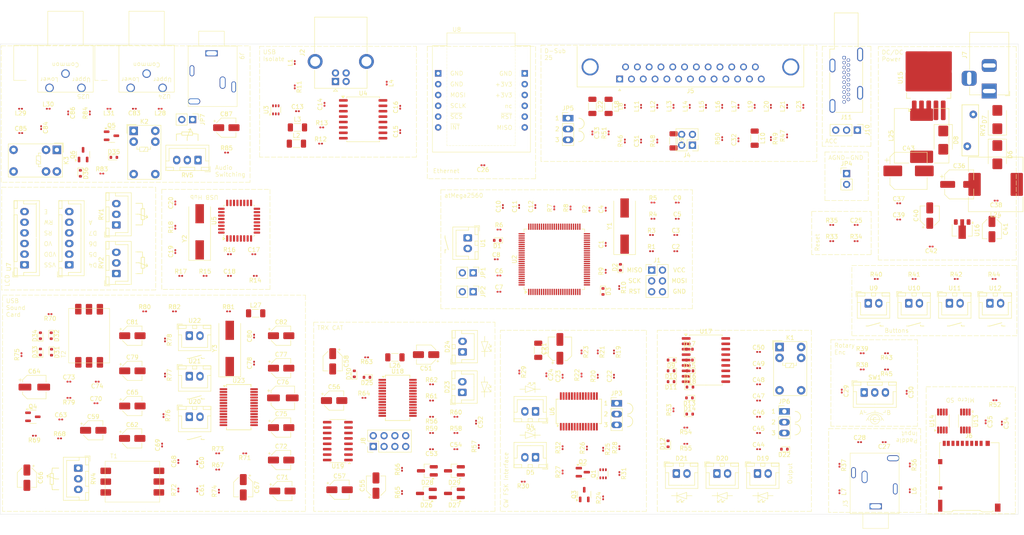
<source format=kicad_pcb>
(kicad_pcb (version 20240108) (generator "pcbnew") (generator_version "8.0")
  (title_block (title "Open Interface III") (date "2025-04-13") (rev "0.1") (company "Jonix"))
  (layers (0 "F.Cu" signal) (31 "B.Cu" signal) (34 "B.Paste" user) (35 "F.Paste" user) (36 "B.SilkS" user "B.Silkscreen") (37 "F.SilkS" user "F.Silkscreen") (38 "B.Mask" user) (39 "F.Mask" user) (44 "Edge.Cuts" user))
  (net 0 "")
  (net 1 "DGND")
  (net 2 "Net-(U4-VBUS1)")
  (net 3 "Net-(U4-PDEN)")
  (net 4 "Net-(U4-PIN)")
  (net 5 "Net-(U4-VBUS2)")
  (net 6 "AGNDC")
  (net 7 "Net-(J2-VBUS)")
  (net 8 "Net-(J2-D-)")
  (net 9 "Net-(J2-D+)")
  (net 10 "Net-(L2-Pad2)")
  (net 11 "Net-(L3-Pad2)")
  (net 12 "+5V")
  (net 13 "Net-(R11-Pad2)")
  (net 14 "Net-(U4-UD+)")
  (net 15 "Net-(U4-UD-)")
  (net 21 "DTR")
  (net 22 "Net-(R33-Pad2)")
  (net 23 "+3.3V")
  (net 24 "D46")
  (net 28 "D50 (MISO)")
  (net 29 "10 (PWM)")
  (net 30 "D51 (MOSI)")
  (net 31 "D52 (SCK)")
  (net 32 "Enc A")
  (net 33 "Enc B")
  (net 34 "Net-(U7-VO)")
  (net 35 "Net-(U7-LED-)")
  (net 36 "Net-(U7-LED+)")
  (net 37 "LCD D6")
  (net 38 "LCD D8")
  (net 39 "LCD D5")
  (net 40 "LCD D4")
  (net 41 "LCD E")
  (net 42 "LCD RS")
  (net 43 "Paddle Right")
  (net 44 "Paddle Left")
  (net 47 "Net-(J3-PadT)")
  (net 48 "Net-(J3-PadS)")
  (net 49 "MEM")
  (net 50 "Net-(U10-Com)")
  (net 51 "Menu")
  (net 52 "Net-(U10-NO)")
  (net 53 "Net-(U5-DP0)")
  (net 54 "Net-(U5-DM0)")
  (net 55 "Net-(C19-Pad1)")
  (net 56 "Net-(U5-XTAL1)")
  (net 57 "HUB-")
  (net 58 "HUB+")
  (net 59 "Net-(U5-XTAL2)")
  (net 60 "USB1+")
  (net 62 "USB3+")
  (net 63 "USB2+")
  (net 65 "USB4-")
  (net 66 "USB3-")
  (net 70 "USB4+")
  (net 72 "USB1-")
  (net 73 "USB2-")
  (net 74 "Net-(U6-VCC)")
  (net 75 "Net-(U6-USBD+)")
  (net 76 "Net-(U6-USBD-)")
  (net 77 "Net-(U6-3V3OUT)")
  (net 78 "Net-(D4-K)")
  (net 79 "Net-(D4-A)")
  (net 80 "Net-(D5-A)")
  (net 81 "Net-(D5-K)")
  (net 82 "Net-(JP3-C)")
  (net 83 "CW 232")
  (net 84 "FSK")
  (net 85 "PTT 232")
  (net 86 "Net-(Q1A-E1)")
  (net 87 "Net-(Q1B-B2)")
  (net 88 "Net-(Q1A-B1)")
  (net 89 "WinKEY")
  (net 90 "Net-(Q3-C)")
  (net 91 "Net-(Q3-B)")
  (net 92 "Net-(U6-RTS)")
  (net 95 "TxD")
  (net 98 "RxD")
  (net 104 "Net-(J4-Pin_1)")
  (net 105 "Net-(J4-Pin_2)")
  (net 106 "CAT TxD")
  (net 107 "Mic Out")
  (net 108 "TX Audio")
  (net 109 "Net-(J5-P22)")
  (net 110 "Net-(J5-P23)")
  (net 111 "Net-(J5-P18)")
  (net 112 "Net-(J5-P19)")
  (net 113 "RX Audio GND")
  (net 114 "Net-(J5-Pad8)")
  (net 115 "VinTRX")
  (net 116 "Net-(J5-P20)")
  (net 117 "Net-(J5-P15)")
  (net 118 "Net-(J5-Pad7)")
  (net 119 "Net-(J5-Pad9)")
  (net 120 "Net-(J5-Pad6)")
  (net 121 "Net-(J5-Pad2)")
  (net 122 "Net-(J5-P21)")
  (net 123 "Net-(J5-Pad10)")
  (net 124 "Net-(J5-Pad5)")
  (net 125 "RX Audio")
  (net 126 "TX Audio GND")
  (net 127 "CAT RxD")
  (net 128 "Net-(JP5-B)")
  (net 129 "Net-(JP5-A)")
  (net 130 "BCD4")
  (net 131 "Net-(L9-Pad1)")
  (net 132 "Net-(L10-Pad1)")
  (net 133 "BCD3")
  (net 134 "BCD2")
  (net 135 "BCD1")
  (net 136 "PA PTT Out")
  (net 137 "PTT2 Out")
  (net 138 "PTT1 Out")
  (net 139 "CW2 Out")
  (net 140 "CW1 Out")
  (net 141 "PTT Mic Out")
  (net 142 "FSK Out")
  (net 143 "Interlock In")
  (net 144 "Net-(U13-EN)")
  (net 146 "Net-(J6-DAT3{slash}CD)")
  (net 149 "Net-(J6-DAT0)")
  (net 150 "Net-(J6-CLK)")
  (net 151 "microSD Plug")
  (net 152 "Net-(J6-CMD)")
  (net 153 "Vin TRX")
  (net 154 "Net-(D6-K)")
  (net 155 "Net-(D7-A)")
  (net 157 "Vin")
  (net 158 "Net-(D8-K)")
  (net 159 "Net-(JP6-C)")
  (net 160 "PTT3")
  (net 161 "Net-(D10-K)")
  (net 162 "PTT2")
  (net 163 "PTT1")
  (net 164 "PA PTT")
  (net 165 "FSK Arduino")
  (net 166 "Net-(D13-K)")
  (net 167 "Net-(D15-K)")
  (net 168 "CW1")
  (net 169 "Net-(D17-K)")
  (net 170 "CW2")
  (net 171 "Net-(D19-A)")
  (net 172 "Net-(D20-A)")
  (net 173 "Net-(D21-A)")
  (net 174 "Net-(D22-A)")
  (net 176 "SEQ")
  (net 177 "SEQ Out")
  (net 178 "Net-(U18-VCC)")
  (net 179 "Net-(U18-3V3OUT)")
  (net 180 "Net-(U19-C1-)")
  (net 181 "Net-(U19-C1+)")
  (net 182 "Net-(U19-C2-)")
  (net 183 "Net-(U19-C2+)")
  (net 184 "Net-(U19-VS+)")
  (net 185 "Net-(U19-VS-)")
  (net 186 "Net-(D23-A)")
  (net 187 "Net-(D24-A)")
  (net 188 "Net-(D25-K)")
  (net 189 "Net-(D25-A)")
  (net 190 "Net-(D26-A)")
  (net 191 "Net-(D28-A)")
  (net 192 "Net-(J8-Pin_3)")
  (net 193 "Net-(J8-Pin_6)")
  (net 194 "Net-(J8-Pin_2)")
  (net 195 "Net-(J8-Pin_7)")
  (net 196 "Net-(J8-Pin_5)")
  (net 197 "Net-(J8-Pin_1)")
  (net 198 "Net-(J8-Pin_8)")
  (net 199 "Net-(U18-USBD+)")
  (net 200 "Net-(U18-USBD-)")
  (net 201 "Net-(U18-CBUS1)")
  (net 202 "Net-(U18-CBUS0)")
  (net 203 "RxD2")
  (net 219 "TxD2")
  (net 220 "Net-(D31-A)")
  (net 221 "Net-(Q4-C)")
  (net 222 "Net-(U23-VINR)")
  (net 223 "Net-(C63-Pad1)")
  (net 224 "Net-(Q4-E)")
  (net 225 "Net-(U23-VINL)")
  (net 226 "Net-(Q4-B)")
  (net 227 "Net-(C66-Pad2)")
  (net 228 "Net-(U23-SEL0)")
  (net 229 "Rx Audio GND")
  (net 230 "Rx Audio")
  (net 231 "Net-(T1-SB)")
  (net 232 "Tx Sound")
  (net 233 "Tx Audio GND")
  (net 234 "Net-(U23-VCCXI)")
  (net 235 "Net-(U23-VCCP2I)")
  (net 236 "Net-(C73-Pad1)")
  (net 237 "Net-(T2-AA)")
  (net 238 "Net-(T2-AB)")
  (net 239 "Net-(U23-VCCP1I)")
  (net 240 "Net-(U23-VCOM)")
  (net 241 "Net-(U23-VCCCI)")
  (net 242 "Net-(U23-XTO)")
  (net 243 "Net-(U23-VOUTL)")
  (net 244 "Net-(C79-Pad2)")
  (net 245 "Net-(U23-XTI)")
  (net 246 "Net-(U23-VOUTR)")
  (net 247 "Net-(U23-VBUS)")
  (net 248 "Net-(D31-K)")
  (net 249 "Net-(D33-A)")
  (net 250 "Net-(U23-D-)")
  (net 251 "Net-(U23-D+)")
  (net 252 "Net-(U23-~{SSPND})")
  (net 253 "Net-(U20-Com)")
  (net 254 "Net-(U21-Com)")
  (net 255 "Net-(U22-Com)")
  (net 256 "VGNDC")
  (net 257 "Net-(T2-SB)")
  (net 258 "Net-(T1-AB)")
  (net 259 "Net-(T1-AA)")
  (net 260 "Net-(U20-NO)")
  (net 261 "Net-(U21-NO)")
  (net 262 "Net-(U22-NO)")
  (net 264 "Net-(L28-Pad1)")
  (net 265 "Net-(L31-Pad1)")
  (net 266 "Net-(L30-Pad2)")
  (net 267 "Net-(L29-Pad2)")
  (net 268 "PTT from Foot")
  (net 269 "Net-(JP7-B)")
  (net 270 "Net-(JP7-A)")
  (net 271 "Net-(D35-A)")
  (net 272 "Net-(D36-A)")
  (net 276 "Tx Audio")
  (net 277 "Net-(K2-Pad1)")
  (net 278 "Net-(K3-Pad1)")
  (net 279 "Net-(Q5-B)")
  (net 280 "Net-(Q6-B)")
  (net 281 "AFSK")
  (net 282 "TxD3")
  (net 283 "RxD3")
  (net 284 "D12")
  (net 285 "D30")
  (net 286 "A8")
  (net 287 "D47")
  (net 288 "SCL")
  (net 289 "SDA")
  (net 290 "A11")
  (net 291 "D38")
  (net 292 "A4")
  (net 293 "D13")
  (net 294 "A9")
  (net 295 "D5")
  (net 296 "D32")
  (net 297 "D11")
  (net 298 "A3")
  (net 299 "Net-(U2-XTAL1)")
  (net 300 "/BCD4")
  (net 301 "/BCD3")
  (net 302 "Net-(U2-XTAL2)")
  (net 303 "/BCD2")
  (net 304 "Res Mega")
  (net 305 "Net-(JP1-A)")
  (net 306 "Net-(JP2-A)")
  (net 307 "/BCD1")
  (net 308 "Net-(C10-Pad2)")
  (net 309 "Net-(D2-A)")
  (net 310 "Net-(D3-A)")
  (net 311 "/D52 (SCK)")
  (net 312 "/D51 (MOSI)")
  (net 313 "/D50 (MISO)")
  (net 314 "Self Res")
  (net 315 "Net-(U2-PL4)")
  (net 316 "Net-(U2-PL5)")
  (net 317 "Net-(U2-PL6)")
  (net 318 "Net-(U2-PL7)")
  (net 319 "Net-(U2-PF7)")
  (net 323 "FSK Detector")
  (net 324 "D48")
  (net 326 "A15")
  (net 328 "LCD D7")
  (net 330 "FSK arduino")
  (net 334 "CW Tone")
  (net 335 "Mem")
  (net 336 "A13")
  (net 337 "A0")
  (net 340 "D53")
  (net 342 "A14")
  (net 348 "A10")
  (net 349 "ENC B")
  (net 350 "A12")
  (net 351 "D49")
  (footprint "Diode_SMD:D_SOD-523" (layer "F.Cu") (at 190.805 121.1625 180)
    (property "Reference" "D13")
    (property "Value" "1N4148")
  )
  (footprint "Connector_PinHeader_2.54mm:PinHeader_2x02_P2.54mm_Vertical" (layer "F.Cu") (at 191.515 61.7922 180)
    (property "Reference" "J4")
    (property "Value" "USB Internal Conn")
  )
  (footprint "Resistor_SMD:R_0201_0603Metric" (layer "F.Cu") (at 86.41 134.205 180)
    (property "Reference" "R71")
    (property "Value" "27R")
  )
  (footprint "MyFootprints:3-pin JST Potentiometer" (layer "F.Cu") (at 75.4325 65.2825 180)
    (property "Reference" "RV5")
    (property "Value" "10k")
  )
  (footprint "Capacitor_SMD:C_0201_0603Metric" (layer "F.Cu") (at 226.5625 119.5675 -90)
    (property "Reference" "C29")
    (property "Value" "10n")
  )
  (footprint "Diode_SMD:D_SOD-523" (layer "F.Cu") (at 190.805 109.7325)
    (property "Reference" "D17")
    (property "Value" "1N4148")
  )
  (footprint "MyFootprints:2-pin JST LED" (layer "F.Cu") (at 206.785 138.9425)
    (property "Reference" "D19")
    (property "Value" "Orange")
  )
  (footprint "Resistor_SMD:R_0201_0603Metric" (layer "F.Cu") (at 114.39 121.1625)
    (property "Reference" "R64")
    (property "Value" "1k")
  )
  (footprint "Inductor_SMD:L_1206_3216Metric_Pad1.22x1.90mm_HandSolder" (layer "F.Cu") (at 121.655 111.6375 180)
    (property "Reference" "L26")
    (property "Value" "L")
  )
  (footprint "Resistor_SMD:R_0201_0603Metric" (layer "F.Cu") (at 226.025 137 -90)
    (property "Reference" "R37")
    (property "Value" "470R")
  )
  (footprint "MyFootprints:HDMI_A_Kycon_KDMIX-SL1-NS-WS-B15_VerticalRightAngle" (layer "F.Cu") (at 227.125 41.21 180)
    (property "Reference" "J11")
    (property "Value" "HDMI_A")
  )
  (footprint "Capacitor_SMD:C_0201_0603Metric" (layer "F.Cu") (at 88.595 106.655 90)
    (property "Reference" "C80")
    (property "Value" "22p")
  )
  (footprint "MyFootprints:2-pin JST Switch" (layer "F.Cu") (at 261.355 98.9375)
    (property "Reference" "U12")
    (property "Value" "Mode")
  )
  (footprint "Capacitor_SMD:C_0201_0603Metric" (layer "F.Cu") (at 60.485 53.2175 180)
    (property "Reference" "C83")
    (property "Value" "4.7n")
  )
  (footprint "Resistor_SMD:R_0201_0603Metric" (layer "F.Cu") (at 67.68 115.8025 -90)
    (property "Reference" "R77")
    (property "Value" "4k7")
  )
  (footprint "Resistor_SMD:R_0201_0603Metric" (layer "F.Cu") (at 198.5 60.2422 90)
    (property "Reference" "R50")
    (property "Value" "15k")
  )
  (footprint "Capacitor_SMD:C_0201_0603Metric" (layer "F.Cu") (at 207.0375 121.7975)
    (property "Reference" "C47")
    (property "Value" "4.7n")
  )
  (footprint "Resistor_SMD:R_0201_0603Metric" (layer "F.Cu") (at 67.68 107.5475 -90)
    (property "Reference" "R78")
    (property "Value" "4k7")
  )
  (footprint "Relay_THT:Relay_SPDT_Omron_G5V-1" (layer "F.Cu") (at 211.9575 109.22)
    (property "Reference" "K1")
    (property "Value" "G5V-1")
  )
  (footprint "Inductor_SMD:L_0201_0603Metric" (layer "F.Cu") (at 33.765 53.2175 180)
    (property "Reference" "L29")
    (property "Value" "10uH")
  )
  (footprint "Capacitor_SMD:C_0201_0603Metric" (layer "F.Cu") (at 70.105 75.36 90)
    (property "Reference" "C20")
    (property "Value" "27p")
  )
  (footprint "Resistor_SMD:R_0201_0603Metric" (layer "F.Cu") (at 170.55 133.2275 -90)
    (property "Reference" "R25")
    (property "Value" "1k5")
  )
  (footprint "Resistor_SMD:R_0201_0603Metric" (layer "F.Cu") (at 213.74 59.6072 90)
    (property "Reference" "R47")
    (property "Value" "27R")
  )
  (footprint "Capacitor_SMD:C_0201_0603Metric" (layer "F.Cu") (at 171.1425 76.83 90)
    (property "Reference" "C4")
    (property "Value" "22p")
  )
  (footprint "Package_TO_SOT_SMD:SOT-363_SC-70-6" (layer "F.Cu") (at 93.695 53.4775 90)
    (property "Reference" "U3")
    (property "Value" "NUP4202")
  )
  (footprint "Capacitor_SMD:C_0201_0603Metric" (layer "F.Cu") (at 105.125 52.185 90)
    (property "Reference" "C14")
    (property "Value" "100n")
  )
  (footprint "Resistor_SMD:R_0201_0603Metric" (layer "F.Cu") (at 262.53 121.7225 180)
    (property "Reference" "R52")
    (property "Value" "100k")
  )
  (footprint "Capacitor_SMD:C_0201_0603Metric" (layer "F.Cu") (at 207.0375 125.6075)
    (property "Reference" "C46")
    (property "Value" "100n")
  )
  (footprint "Resistor_SMD:R_0201_0603Metric" (layer "F.Cu") (at 171.83 58.8972 90)
    (property "Reference" "R51")
    (property "Value" "1k5")
  )
  (footprint "Resistor_SMD:R_0201_0603Metric" (layer "F.Cu") (at 169.28 110.3675 -90)
    (property "Reference" "R21")
    (property "Value" "27R")
  )
  (footprint "Connector_Card:microSD_HC_Hirose_DM3AT-SF-PEJM5" (layer "F.Cu") (at 256.505 139.5775)
    (property "Reference" "J6")
    (property "Value" "Micro_SD_Card_Det2")
  )
  (footprint "Diode_SMD:D_SOD-523" (layer "F.Cu") (at 190.935 118.6225)
    (property "Reference" "D18")
    (property "Value" "1N4148")
  )
  (footprint "Resistor_SMD:R_0201_0603Metric" (layer "F.Cu") (at 40.69 101.4775 180)
    (property "Reference" "R70")
    (property "Value" "470R")
  )
  (footprint "Resistor_SMD:R_0201_0603Metric" (layer "F.Cu") (at 130.265 121.7975)
    (property "Reference" "R61")
    (property "Value" "470R")
  )
  (footprint "Capacitor_SMD:C_0201_0603Metric" (layer "F.Cu") (at 260.345 126.8025 -90)
    (property "Reference" "C35")
    (property "Value" "100n")
  )
  (footprint "Inductor_SMD:L_0201_0603Metric" (layer "F.Cu") (at 179.45 52.6597 90)
    (property "Reference" "L11")
    (property "Value" "10uH")
  )
  (footprint "MyFootprints:2-pin JST LED" (layer "F.Cu") (at 154.675 135.1325 180)
    (property "Reference" "D5")
    (property "Value" "LED")
  )
  (footprint "Resistor_SMD:R_0201_0603Metric" (layer "F.Cu") (at 70.815 142.815 90)
    (property "Reference" "R72")
    (property "Value" "15k")
  )
  (footprint "Capacitor_SMD:CP_Elec_4x5.4" (layer "F.Cu") (at 107.39 121.7975)
    (property "Reference" "C56")
    (property "Value" "1u")
  )
  (footprint "Capacitor_SMD:CP_Elec_4x5.4" (layer "F.Cu") (at 261.825 81.4975 -90)
    (property "Reference" "C41")
    (property "Value" "10u")
  )
  (footprint "Resistor_SMD:R_0201_0603Metric" (layer "F.Cu") (at 165.47 110.3675 -90)
    (property "Reference" "R23")
    (property "Value" "1k5")
  )
  (footprint "Capacitor_SMD:CP_Elec_6.3x7.7" (layer "F.Cu") (at 254.13 70.9975)
    (property "Reference" "C36")
    (property "Value" "100u")
  )
  (footprint "Resistor_SMD:R_0201_0603Metric" (layer "F.Cu") (at 229.935 84.3325)
    (property "Reference" "R34")
    (property "Value" "10k")
  )
  (footprint "Resistor_SMD:R_0201_0603Metric" (layer "F.Cu") (at 169.28 116.0825 90)
    (property "Reference" "R20")
    (property "Value" "1k5")
  )
  (footprint "MyFootprints:2-pin JST Switch" (layer "F.Cu") (at 242.305 98.9375)
    (property "Reference" "U10")
    (property "Value" "M1")
  )
  (footprint "Capacitor_SMD:C_0201_0603Metric" (layer "F.Cu") (at 168.02 58.9097 -90)
    (property "Reference" "C33")
    (property "Value" "22p")
  )
  (footprint "Capacitor_SMD:C_0201_0603Metric" (layer "F.Cu") (at 88.595 113.005 90)
    (property "Reference" "C78")
    (property "Value" "22p")
  )
  (footprint "Relay_THT:Relay_SPDT_Omron_G5V-1" (layer "F.Cu") (at 60.325 58.42)
    (property "Reference" "K2")
    (property "Value" "G5V-1")
  )
  (footprint "Crystal:Crystal_SMD_HC49-SD" (layer "F.Cu") (at 82.88 109.5375 90)
    (property "Reference" "Y3")
    (property "Value" "12 MHz")
  )
  (footprint "Diode_SMD:D_SOD-523" (layer "F.Cu") (at 112.13 115.5125 90)
    (property "Reference" "D30")
    (property "Value" "1N4148")
  )
  (footprint "Package_SO:SOP-16_3.9x9.9mm_P1.27mm" (layer "F.Cu") (at 108.255 131.3225 180)
    (property "Reference" "U19")
    (property "Value" "MAX232")
  )
  (footprint "Package_TO_SOT_SMD:TO-263-5_TabPin6" (layer "F.Cu") (at 246.985 45.9425 90)
    (property "Reference" "U15")
    (property "Value" "LM2576HVS-5")
  )
  (footprint "Package_SO:VSSOP-8_3x3mm_P0.65mm" (layer "F.Cu") (at 255.58 126.5975 -90)
    (property "Reference" "U13")
    (property "Value" "LSF0102")
  )
  (footprint "Connector_PinHeader_2.54mm:PinHeader_1x02_P2.54mm_Vertical" (layer "F.Cu") (at 227.7 68.4575)
    (property "Reference" "JP4")
    (property "Value" "AGND-GND")
  )
  (footprint "Inductor_SMD:L_1206_3216Metric_Pad1.22x1.90mm_HandSolder" (layer "F.Cu") (at 98.5325 61.4175)
    (property "Reference" "L2")
    (property "Value" "L")
  )
  (footprint "Resistor_SMD:R_0201_0603Metric" (layer "F.Cu") (at 42.9375 130.6875)
    (property "Reference" "R68")
    (property "Value" "4k7")
  )
  (footprint "Capacitor_SMD:CP_Elec_5x5.4" (layer "F.Cu") (at 160.39 109.6275 90)
    (property "Reference" "C21")
    (property "Value" "4.7u")
  )
  (footprint "MyFootprints:3-pin JST Rotary Encoder" (layer "F.Cu") (at 231.82 119.8925)
    (property "Reference" "SW1")
    (property "Value" "RotaryEncoder")
  )
  (footprint "MyFootprints:3-pin JST Potentiometer" (layer "F.Cu") (at 56.25 91.9525 90)
    (property "Reference" "RV2")
    (property "Value" "10k")
  )
  (footprint "Resistor_SMD:R_0201_0603Metric" (layer "F.Cu") (at 82.1375 63.5225)
    (property "Reference" "R85")
    (property "Value" "1k5")
  )
  (footprint "Capacitor_SMD:C_0201_0603Metric" (layer "F.Cu") (at 146.085 92.4125)
    (property "Reference" "C6")
    (property "Value" "100n")
  )
  (footprint "MyFootprints:3,5mm Jack Panel Socket 3-pole Switch large" (layer "F.Cu") (at 234.53 146.645 90)
    (property "Reference" "J3")
    (property "Value" "Paddle In")
  )
  (footprint "Capacitor_SMD:C_0201_0603Metric" (layer "F.Cu") (at 82.8175 92.4925)
    (property "Reference" "C18")
    (property "Value" "22p")
  )
  (footprint "Inductor_SMD:L_0201_0603Metric" (layer "F.Cu") (at 198.5 52.6597 90)
    (property "Reference" "L16")
    (property "Value" "10uH")
  )
  (footprint "Resistor_SMD:R_0201_0603Metric" (layer "F.Cu") (at 189.955 131.9575 180)
    (property "Reference" "R55")
    (property "Value" "470R")
  )
  (footprint "Resistor_SMD:R_0201_0603Metric" (layer "F.Cu") (at 189.955 128.1475 180)
    (property "Reference" "R54")
    (property "Value" "470R")
  )
  (footprint "Resistor_SMD:R_0201_0603Metric" (layer "F.Cu") (at 130.265 129.4175)
    (property "Reference" "R59")
    (property "Value" "27R")
  )
  (footprint "Capacitor_SMD:C_0201_0603Metric" (layer "F.Cu") (at 262.8025 74.8075 180)
    (property "Reference" "C38")
    (property "Value" "100n")
  )
  (footprint "Diode_SMD:D_SOD-523" (layer "F.Cu") (at 38.43 106.5575 90)
    (property "Reference" "D34")
    (property "Value" "1N4148")
  )
  (footprint "Resistor_SMD:R_0201_0603Metric" (layer "F.Cu") (at 69.9 100.8425)
    (property "Reference" "R82")
    (property "Value" "4k7")
  )
  (footprint "Capacitor_SMD:C_0201_0603Metric" (layer "F.Cu") (at 239.9425 79.2525)
    (property "Reference" "C39")
    (property "Value" "100n")
  )
  (footprint "Capacitor_SMD:C_0201_0603Metric" (layer "F.Cu") (at 135.9675 133.2275)
    (property "Reference" "C54")
    (property "Value" "22p")
  )
  (footprint "Inductor_SMD:L_0201_0603Metric" (layer "F.Cu") (at 190.88 52.6597 90)
    (property "Reference" "L14")
    (property "Value" "10uH")
  )
  (footprint "Capacitor_SMD:C_0201_0603Metric" (layer "F.Cu") (at 207.0375 117.9875)
    (property "Reference" "C48")
    (property "Value" "100n")
  )
  (footprint "Capacitor_SMD:C_0201_0603Metric" (layer "F.Cu") (at 140.705 126.8775 -90)
    (property "Reference" "C52")
    (property "Value" "100n")
  )
  (footprint "Package_SO:VSSOP-8_3x3mm_P0.65mm" (layer "F.Cu") (at 250.185 126.5975 90)
    (property "Reference" "U14")
    (property "Value" "LSF0102")
  )
  (footprint "MyFootprints:2-pin JST LED" (layer "F.Cu") (at 137.477 119.8725 90)
    (property "Reference" "D23")
    (property "Value" "Green")
  )
  (footprint "Resistor_SMD:R_0201_0603Metric" (layer "F.Cu") (at 67.325 125.3275 -90)
    (property "Reference" "R76")
    (property "Value" "4k7")
  )
  (footprint "Capacitor_SMD:C_0201_0603Metric" (layer "F.Cu") (at 122.905 52.87 90)
    (property "Reference" "C16")
    (property "Value" "100n")
  )
  (footprint "Package_QFP:TQFP-100_14x14mm_P0.5mm" (layer "F.Cu") (at 159.0775 88.6025 90)
    (property "Reference" "U2")
    (property "Value" "ATmega2560-16A")
  )
  (footprint "Inductor_SMD:L_0201_0603Metric" (layer "F.Cu") (at 183.26 52.6597 90)
    (property "Reference" "L12")
    (property "Value" "10uH")
  )
  (footprint "Package_TO_SOT_SMD:SOT-23-3" (layer "F.Cu") (at 55.1125 59.5675)
    (property "Reference" "Q5")
    (property "Value" "BC817")
  )
  (footprint "Capacitor_SMD:CP_Elec_4x5.4" (layer "F.Cu") (at 108.66 142.7525)
    (property "Reference" "C57")
    (property "Value" "1u")
  )
  (footprint "Capacitor_SMD:C_0201_0603Metric" (layer "F.Cu") (at 142.3175 66.4975 180)
    (property "Reference" "C26")
    (property "Value" "100n")
  )
  (footprint "Capacitor_SMD:C_0201_0603Metric" (layer "F.Cu") (at 147.0125 76.195 90)
    (property "Reference" "C10")
    (property "Value" "100n")
  )
  (footprint "MyFootprints:2-pin JST Switch" (layer "F.Cu") (at 138.7575 83.5625 -90)
    (property "Reference" "U1")
    (property "Value" "Reset")
  )
  (footprint "Resistor_SMD:R_0201_0603Metric" (layer "F.Cu") (at 170.55 144.6575 90)
    (property "Reference" "R24")
    (property "Value" "1k5")
  )
  (footprint "MyFootprints:pro-signal PSG01550 Dual 2× RCA Phono SocketRight Angle PCB" (layer "F.Cu") (at 44.3175 44.9625 180)
    (property "Reference" "U25")
    (property "Value" "2 x RCA Jack")
  )
  (footprint "Diode_SMD:D_SOD-523" (layer "F.Cu") (at 41.035 110.4325 -90)
    (property "Reference" "D31")
    (property "Value" "1N4148")
  )
  (footprint "Connector_PinHeader_2.54mm:PinHeader_2x04_P2.54mm_Vertical" (layer "F.Cu") (at 116.575 132.5925 90)
    (property "Reference" "J8")
    (property "Value" "Conn_02x04_Odd_Even")
  )
  (footprint "Capacitor_SMD:CP_Elec_4x5.4" (layer "F.Cu") (at 94.945 106.5575)
    (property "Reference" "C82")
    (property "Value" "1u")
  )
  (footprint "MyFootprints:2 x 6-pin JST LCD HD44780 Stacked" (layer "F.Cu") (at 34.698 89.8875 90)
    (property "Reference" "U7")
    (property "Value" "LCD_HD44780")
  )
  (footprint "Capacitor_SMD:CP_Elec_5x5.4" (layer "F.Cu") (at 95.345 121.1625)
    (property "Reference" "C76")
    (property "Value" "4.7u")
  )
  (footprint "Resistor_SMD:R_0201_0603Metric" (layer "F.Cu") (at 161.025 132.8725 90)
    (property "Reference" "R32")
    (property "Value" "1k")
  )
  (footprint "Resistor_SMD:R_0201_0603Metric" (layer "F.Cu") (at 130.265 117.9875)
    (property "Reference" "R62")
    (property "Value" "470R")
  )
  (footprint "Resistor_SMD:R_0201_0603Metric" (layer "F.Cu") (at 150.865 115.0925 -90)
    (property "Reference" "R29")
    (property "Value" "470R")
  )
  (footprint "Resistor_SMD:R_0201_0603Metric" (layer "F.Cu") (at 88.875 92.4925 180)
    (property "Reference" "R14")
    (property "Value" "24R")
  )
  (footprint "Package_TO_SOT_SMD:SOT-23-3" (layer "F.Cu") (at 166.105 143.89 90)
    (property "Reference" "Q3")
    (property "Value" "BC817")
  )
  (footprint "Inductor_SMD:L_0201_0603Metric" (layer "F.Cu") (at 209.93 52.6597 90)
    (property "Reference" "L20")
    (property "Value" "10uH")
  )
  (footprint "Resistor_SMD:R_0201_0603Metric" (layer "F.Cu") (at 82.805 87.4125)
    (property "Reference" "R16")
    (property "Value" "1k5")
  )
  (footprint "Capacitor_SMD:C_0201_0603Metric" (layer "F.Cu") (at 241.8025 119.86 -90)
    (property "Reference" "C30")
    (property "Value" "10n")
  )
  (footprint "Resistor_SMD:R_0201_0603Metric" (layer "F.Cu") (at 174.36 132.8725 90)
    (property "Reference" "R28")
    (property "Value" "10k")
  )
  (footprint "MyFootprints:2-pin JST Switch" (layer "F.Cu") (at 73.395 125.6075)
    (property "Reference" "U20")
    (property "Value" "Vol -")
  )
  (footprint "Resistor_SMD:R_0201_0603Metric" (layer "F.Cu") (at 135.98 129.4175)
    (property "Reference" "R58")
    (property "Value" "15k")
  )
  (footprint "Package_TO_SOT_SMD:SOT-23_Handsoldering" (layer "F.Cu") (at 129.275 138.3075 180)
    (property "Reference" "D28")
    (property "Value" "D_Zener")
  )
  (footprint "Resistor_SMD:R_0201_0603Metric" (layer "F.Cu") (at 173.09 110.3675 -90)
    (property "Reference" "R19")
    (property "Value" "27R")
  )
  (footprint "Capacitor_SMD:C_0201_0603Metric" (layer "F.Cu") (at 157.215 115.74 -90)
    (property "Reference" "C24")
    (property "Value" "100n")
  )
  (footprint "Resistor_SMD:R_0201_0603Metric" (layer "F.Cu") (at 151.78 140.8475 180)
    (property "Reference" "R30")
    (property "Value" "470R")
  )
  (footprint "MyFootprints:3,5mm Jack Panel Socket 3-pole Switch large" (layer "F.Cu") (at 78.6075 40.1875 -90)
    (property "Reference" "J9")
    (property "Value" "Mic In")
  )
  (footprint "Resistor_SMD:R_0201_0603Metric" (layer "F.Cu") (at 80.06 134.205)
    (property "Reference" "R73")
    (property "Value" "1k5")
  )
  (footprint "Resistor_SMD:R_0201_0603Metric" (layer "F.Cu") (at 224.22 84.3325)
    (property "Reference" "R33")
    (property "Value" "4k7")
  )
  (footprint "Diode_SMD:D_SOD-523" (layer "F.Cu") (at 190.935 114.8125 180)
    (property "Reference" "D16")
    (property "Value" "1N4148")
  )
  (footprint "Inductor_SMD:L_0201_0603Metric" (layer "F.Cu") (at 194.69 52.6597 90)
    (property "Reference" "L15")
    (property "Value" "10uH")
  )
  (footprint "Resistor_SMD:R_0201_0603Metric" (layer "F.Cu") (at 146.0975 81.6175)
    (property "Reference" "R6")
    (property "Value" "10k")
  )
  (footprint "Diode_SMD:D_SOD-523" (layer "F.Cu") (at 190.87 124.9725)
    (property "Reference" "D14")
    (property "Value" "1N4148")
  )
  (footprint "Resistor_SMD:R_0201_0603Metric" (layer "F.Cu") (at 77.09 92.4925)
    (property "Reference" "R15")
    (property "Value" "24R")
  )
  (footprint "Capacitor_SMD:C_0201_0603Metric" (layer "F.Cu") (at 75.26 142.8025 -90)
    (property "Reference" "C61")
    (property "Value" "22p")
  )
  (footprint "Resistor_SMD:R_0201_0603Metric" (layer "F.Cu") (at 181.9 86.6975)
    (property "Reference" "R1")
    (property "Value" "220R")
  )
  (footprint "Capacitor_SMD:CP_Elec_4x5.4" (layer "F.Cu") (at 50.835 128.7825)
    (property "Reference" "C59")
    (property "Value" "10u")
  )
  (footprint "Inductor_SMD:L_0201_0603Metric" (layer "F.Cu") (at 242.535 142.995 -90)
    (property "Reference" "L6")
    (property "Value" "10uH")
  )
  (footprint "Inductor_SMD:L_0201_0603Metric" (layer "F.Cu") (at 175.64 52.6597 90)
    (property "Reference" "L8")
    (property "Value" "10uH")
  )
  (footprint "Capacitor_SMD:C_0201_0603Metric" (layer "F.Cu") (at 207.0375 110.3675)
    (property "Reference" "C50")
    (property "Value" "100n")
  )
  (footprint "Resistor_SMD:R_0201_0603Metric" (layer "F.Cu") (at 175.64 60.8022 90)
    (property "Reference" "R46")
    (property "Value" "27R")
  )
  (footprint "Capacitor_SMD:C_0201_0603Metric" (layer "F.Cu") (at 150.8225 76.195 90)
    (property "Reference" "C11")
    (property "Value" "100n")
  )
  (footprint "Diode_SMD:D_SMB" (layer "F.Cu") (at 250.395 60.5925 -90)
    (property "Reference" "D8")
    (property "Value" "SK38")
  )
  (footprint "Resistor_SMD:R_0201_0603Metric" (layer "F.Cu") (at 237.0775 110.6775 180)
    (property "Reference" "R43")
    (property "Value" "10k")
  )
  (footprint "MyFootprints:USR-ES1 W5500" (layer "F.Cu") (at 131.815 44.9075)
    (property "Reference" "U8")
    (property "Value" "USR-ES1 W5500")
  )
  (footprint "Resistor_SMD:R_0201_0603Metric" (layer "F.Cu") (at 82.6 100.8425)
    (property "Reference" "R81")
    (property "Value" "1M")
  )
  (footprint "Inductor_SMD:L_0201_0603Metric" (layer "F.Cu") (at 217.55 52.6597 90)
    (property "Reference" "L23")
    (property "Value" "10uH")
  )
  (footprint "Resistor_SMD:R_0201_0603Metric" (layer "F.Cu") (at 98.14 48.0825 -90)
    (property "Reference" "R11")
    (property "Value" "10k")
  )
  (footprint "Capacitor_SMD:C_0201_0603Metric" (layer "F.Cu") (at 247.5625 85.6025 180)
    (property "Reference" "C42")
    (property "Value" "100n")
  )
  (footprint "Inductor_SMD:L_0201_0603Metric" (layer "F.Cu") (at 54.5275 53.2175 180)
    (property "Reference" "L31")
    (property "Value" "10uH")
  )
  (footprint "Inductor_SMD:L_1206_3216Metric_Pad1.22x1.90mm_HandSolder" (layer "F.Cu") (at 206.12 60.1297 -90)
    (property "Reference" "L10")
    (property "Value" "L")
  )
  (footprint "Diode_SMD:D_SMB" (layer "F.Cu") (at 263.095 55.7575 90)
    (property "Reference" "D7")
    (property "Value" "SK38")
  )
  (footprint "Package_SO:SOIC-16W_7.5x10.3mm_P1.27mm" (layer "F.Cu") (at 114.195 55.7025)
    (property "Reference" "U4")
    (property "Value" "ADUM4160")
  )
  (footprint "Capacitor_SMD:CP_Elec_4x5.4" (layer "F.Cu") (at 247.22 78.3225 90)
    (property "Reference" "C40")
    (property "Value" "10u")
  )
  (footprint "Capacitor_SMD:CP_Elec_4x5.4" (layer "F.Cu") (at 94.945 114.1775)
    (property "Reference" "C77")
    (property "Value" "10u")
  )
  (footprint "Diode_SMD:D_SOD-523" (layer "F.Cu") (at 185.79 131.9575 90)
    (property "Reference" "D12")
    (property "Value" "1N4148")
  )
  (footprint "Diode_SMD:D_SOD-523" (layer "F.Cu") (at 40.97 106.5575 -90)
    (property "Reference" "D32")
    (property "Value" "1N4148")
  )
  (footprint "Package_TO_SOT_SMD:SOT-23_Handsoldering" (layer "F.Cu") (at 135.625 138.3075 180)
    (property "Reference" "D29")
    (property "Value" "D_Zener")
  )
  (footprint "Capacitor_SMD:C_0201_0603Metric" (layer "F.Cu") (at 171.1425 85.085 90)
    (property "Reference" "C1")
    (property "Value" "22p")
  )
  (footprint "Resistor_SMD:R_0201_0603Metric" (layer "F.Cu") (at 165.47 115.8025 90)
    (property "Reference" "R22")
    (property "Value" "1k5")
  )
  (footprint "Connector_Dsub:DSUB-25_Female_Horizontal_P2.77x2.84mm_EdgePinOffset4.94mm_Housed_MountingHolesOffset4.94mm" (layer "F.Cu") (at 174.425 46.2325 180)
    (property "Reference" "J5")
    (property "Value" "DB25_Receptacle_MountingHoles")
  )
  (footprint "Resistor_SMD:R_0201_0603Metric" (layer "F.Cu") (at 130.265 125.6075 180)
    (property "Reference" "R56")
    (property "Value" "1k5")
  )
  (footprint "Package_SO:SSOP-28_5.3x10.2mm_P0.65mm" (layer "F.Cu") (at 84.995 123.3475)
    (property "Reference" "U23")
    (property "Value" "PCM2904")
  )
  (footprint "Diode_SMD:D_SOD-523" (layer "F.Cu") (at 186.49 114.8125 180)
    (property "Reference" "D10")
    (property "Value" "1N4148")
  )
  (footprint "Resistor_SMD:R_0201_0603Metric" (layer "F.Cu") (at 115.025 111.6375 180)
    (property "Reference" "R63")
    (property "Value" "4k7")
  )
  (footprint "Capacitor_SMD:CP_Elec_4x5.4" (layer "F.Cu") (at 59.975 130.6875)
    (property "Reference" "C62")
    (property "Value" "10u")
  )
  (footprint "Capacitor_SMD:C_0201_0603Metric" (layer "F.Cu") (at 207.0375 114.1775)
    (property "Reference" "C49")
    (property "Value" "4.7n")
  )
  (footprint "Capacitor_SMD:CP_Elec_4x5.4" (layer "F.Cu") (at 60.02 114.8125)
    (property "Reference" "C79")
    (property "Value" "10u")
  )
  (footprint "Resistor_SMD:R_0201_0603Metric" (layer "F.Cu") (at 104.49 57.6075)
    (property "Reference" "R13")
    (property "Value" "24R")
  )
  (footprint "Resistor_SMD:R_0201_0603Metric" (layer "F.Cu") (at 33.985 111.0025 90)
    (property "Reference" "R75")
    (property "Value" "100k")
  )
  (footprint "Resistor_SMD:R_0201_0603Metric" (layer "F.Cu") (at 231.3625 114.4875)
    (property "Reference" "R38")
    (property "Value" "10k")
  )
  (footprint "Capacitor_SMD:C_0201_0603Metric" (layer "F.Cu") (at 51.4725 122.4325)
    (property "Reference" "C70")
    (property "Value" "68n")
  )
  (footprint "Capacitor_SMD:C_0201_0603Metric" (layer "F.Cu") (at 70.105 86.79 90)
    (property "Reference" "C19")
    (property "Value" "27p")
  )
  (footprint "Capacitor_SMD:C_0201_0603Metric" (layer "F.Cu") (at 33.815 58.9325)
    (property "Reference" "C85")
    (property "Value" "4.7n")
  )
  (footprint "Resistor_SMD:R_0201_0603Metric" (layer "F.Cu") (at 123.33 137.9525 90)
    (property "Reference" "R66")
    (property "Value" "220R")
  )
  (footprint "Capacitor_SMD:C_0201_0603Metric" (layer "F.Cu") (at 145.45 88.6025)
    (property "Reference" "C8")
    (property "Value" "22p")
  )
  (footprint "Capacitor_SMD:C_0201_0603Metric" (layer "F.Cu") (at 207.0375 133.2275)
    (property "Reference" "C44")
    (property "Value" "4.7n")
  )
  (footprint "Capacitor_SMD:CP_Elec_4x5.4" (layer "F.Cu") (at 107.05 112.5675 -90)
    (property "Reference" "C58")
    (property "Value" "1u")
  )
  (footprint "Connector_PinHeader_2.54mm:PinHeader_1x03_P2.54mm_Vertical" (layer "F.Cu") (at 230.24 58.24 -90)
    (property "Reference" "J10")
    (property "Value" "UART")
  )
  (footprint "Package_QFP:LQFP-32_7x7mm_P0.8mm" (layer "F.Cu") (at 85.085 79.5225 90)
    (property "Reference" "U5")
    (property "Value" "TUSB2046B")
  )
  (footprint "Inductor_SMD:L_1206_3216Metric_Pad1.22x1.90mm_HandSolder" (layer "F.Cu") (at 155.31 109.975 -90)
    (property "Reference" "L5")
    (property "Value" "L")
  )
  (footprint "Capacitor_SMD:C_0201_0603Metric" (layer "F.Cu") (at 130.2525 133.2275 180)
    (property "Reference" "C53")
    (property "Value" "22p")
  )
  (footprint "Resistor_SMD:R_0201_0603Metric" (layer "F.Cu") (at 171.1425 91.4225 90)
    (property "Reference" "R9")
    (property "Value" "1k5")
  )
  (footprint "Capacitor_SMD:C_0201_0603Metric" (layer "F.Cu") (at 122.905 58.585 90)
    (property "Reference" "C15")
    (property "Value" "100n")
  )
  (footprint "MyFootprints:2x3_ISP_header" (layer "F.Cu") (at 181.9375 91.1425)
    (property "Reference" "J1")
    (property "Value" "ICSP")
  )
  (footprint "Capacitor_SMD:C_0201_0603Metric" (layer "F.Cu") (at 70.815 136.11 90)
    (property "Reference" "C68")
    (property "Value" "1n")
  )
  (footprint "MyFootprints:2-pin JST LED" (layer "F.Cu") (at 137.53 110.3675 90)
    (property "Reference" "D24")
    (property "Value" "Green")
  )
  (footprint "MyFootprints:2-pin JST Switch" (layer "F.Cu") (at 251.85 98.9345)
    (property "Reference" "U11")
    (property "Value" "M2")
  )
  (footprint "Capacitor_SMD:C_0201_0603Metric" (layer "F.Cu") (at 187.945 75.2675)
    (property "Reference" "C9")
    (property "Value" "4.7n")
  )
  (footprint "Inductor_SMD:L_0201_0603Metric" (layer "F.Cu") (at 202.31 52.6597 90)
    (property "Reference" "L17")
    (property "Value" "10uH")
  )
  (footprint "Capacitor_SMD:C_0201_0603Metric" (layer "F.Cu") (at 229.9475 80.5225)
    (property "Reference" "C25")
    (property "Value" "100n")
  )
  (footprint "Capacitor_SMD:C_0201_0603Metric" (layer "F.Cu") (at 45.1225 117.3525)
    (property "Reference" "C73")
    (property "Value" "10u")
  )
  (footprint "MyFootprints:Audio Transformer Bourns SM-LP-5001" (layer "F.Cu") (at 53.77 138.3075)
    (property "Reference" "T1")
    (property "Value" "Transformer_1P_1S")
  )
  (footprint "Inductor_SMD:L_1206_3216Metric_Pad1.22x1.90mm_HandSolder" (layer "F.Cu") (at 187.07 60.7647 -90)
    (property "Reference" "L9")
    (property "Value" "L")
  )
  (footprint "Capacitor_SMD:C_0201_0603Metric" (layer "F.Cu") (at 88.5325 87.4125)
    (property "Reference" "C17")
    (property "Value" "22p")
  )
  (footprint "Capacitor_SMD:CP_Elec_4x5.4" (layer "F.Cu") (at 82.0775 57.6625)
    (property "Reference" "C87")
    (property "Value" "10u")
  )
  (footprint "Capacitor_SMD:CP_Elec_4x5.4" (layer "F.Cu") (at 94.945 128.1475)
    (property "Reference" "C75")
    (property "Value" "1u")
  )
  (footprint "Resistor_SMD:R_0201_0603Metric" (layer "F.Cu") (at 45.1225 121.1625 180)
    (property "Reference" "R79")
    (property "Value" "470R")
  )
  (footprint "Resistor_SMD:R_0201_0603Metric" (layer "F.Cu") (at 231.3625 110.6775)
    (property "Reference" "R39")
    (property "Value" "10k")
  )
  (footprint "MyFootprints:BarrelJack_Horizontal" (layer "F.Cu") (at 261.19 49.0575 -90)
    (property "Reference" "J7")
    (property "Value" "Barrel_Jack_Switch")
  )
  (footprint "Resistor_SMD:R_0201_0603Metric" (layer "F.Cu") (at 181.9 82.8875)
    (property "Reference" "R3")
    (property "Value" "220R")
  )
  (footprint "Inductor_SMD:L_0201_0603Metric" (layer "F.Cu") (at 187.07 52.6597 90)
    (property "Reference" "L13")
    (property "Value" "10uH")
  )
  (footprint "Connector_PinHeader_2.54mm:PinHeader_1x02_P2.54mm_Vertical" (layer "F.Cu") (at 140.0275 91.7775 -90)
    (property "Reference" "JP1")
    (property "Value" "Self Reset On")
  )
  (footprint "Package_TO_SOT_SMD:SOT-23_Handsoldering" (layer "F.Cu") (at 135.625 143.6175 180)
    (property "Reference" "D27")
    (property "Value" "D_Zener")
  )
  (footprint "Inductor_SMD:L_0201_0603Metric" (layer "F.Cu") (at 226.025 143.2375 -90)
    (property "Reference" "L7")
    (property "Value" "10uH")
  )
  (footprint "Capacitor_SMD:C_0201_0603Metric" (layer "F.Cu") (at 187.6025 86.6975)
    (property "Reference" "C2")
    (property "Value" "4.7n")
  )
  (footprint "Resistor_SMD:R_0201_0603Metric" (layer "F.Cu") (at 243.555 93.2195)
    (property "Reference" "R41")
    (property "Value" "1k5")
  )
  (footprint "Capacitor_SMD:C_0201_0603Metric" (layer "F.Cu") (at 98.775 53.7975)
    (property "Reference" "C13")
    (property "Value" "100n")
  )
  (footprint "Resistor_SMD:R_0201_0603Metric" (layer "F.Cu") (at 70.105 81.0625 90)
    (property "Reference" "R18")
    (property "Value" "1M")
  )
  (footprint "MyFootprints:2-pin JST LED" (layer "F.Cu") (at 187.735 138.9425)
    (property "Reference" "D21")
    (property "Value" "Green")
  )
  (footprint "Capacitor_SMD:C_0201_0603Metric" (layer "F.Cu") (at 207.0375 129.4175)
    (property "Reference" "C45")
    (property "Value" "4.7n")
  )
  (footprint "Resistor_SMD:R_0201_0603Metric" (layer "F.Cu") (at 209.93 60.2422 -90)
    (property "Reference" "R49")
    (property "Value" "1k5")
  )
  (footprint "Inductor_SMD:L_0201_0603Metric" (layer "F.Cu") (at 40.265 53.2175)
    (property "Reference" "L30")
    (property "Value" "10uH")
  )
  (footprint "Resistor_SMD:R_0201_0603Metric" (layer "F.Cu") (at 182.2425 75.2675)
    (property "Reference" "R5")
    (property "Value" "220R")
  )
  (footprint "Package_SO:SOIC-18W_7.5x11.6mm_P1.27mm" (layer "F.Cu") (at 194.68 112.2725)
    (property "Reference" "U17")
    (property "Value" "ULN2803A")
  )
  (footprint "Inductor_SMD:L_0201_0603Metric" (layer "F.Cu") (at 213.74 52.6597 90)
    (property "Reference" "L21")
    (property "Value" "10uH")
  )
  (footprint "Diode_SMD:D_SOD-523" (layer "F.Cu") (at 115.095 116.3325 180)
    (property "Reference" "D25")
    (property "Value" "1N4148")
  )
  (footprint "Diode_SMD:D_SOD-523" (layer "F.Cu") (at 38.43 110.3675 90)
    (property "Reference" "D33")
    (property "Value" "1N4148")
  )
  (footprint "Resistor_SMD:R_0201_0603Metric" (layer "F.Cu") (at 237.0775 114.4875 180)
    (property "Reference" "R45")
    (property "Value" "10k")
  )
  (footprint "Capacitor_SMD:C_0201_0603Metric" (layer "F.Cu") (at 187.945 79.0775)
    (property "Reference" "C5")
    (property "Value" "4.7n")
  )
  (footprint "Package_TO_SOT_SMD:SOT-363_SC-70-6" (layer "F.Cu") (at 170.535 139.0025 90)
    (property "Reference" "Q1")
    (property "Value" "BC856BDW1")
  )
  (footprint "Inductor_SMD:L_SXN_SMDRI124" (layer "F.Cu") (at 262.7025 70.9975 180)
    (property "Reference" "L24")
    (property "Value" "100uH")
  )
  (footprint "Inductor_SMD:L_1206_3216Metric_Pad1.22x1.90mm_HandSolder" (layer "F.Cu") (at 98.775 57.6075)
    (property "Reference" "L3")
    (property "Value" "L")
  )
  (footprint "Capacitor_SMD:C_0201_0603Metric" (layer "F.Cu") (at 146.085 96.2225)
    (property "Reference" "C7")
    (property "Value" "100n")
  )
  (footprint "Capacitor_SMD:C_0201_0603Metric" (layer "F.Cu") (at 75.26 136.4025 -90)
    (property "Reference" "C60")
    (property "Value" "22p")
  )
  (footprint "Capacitor_SMD:C_0201_0603Metric" (layer "F.Cu") (at 38.6025 57.6625 -90)
    (property "Reference" "C84")
    (property "Value" "4.7n")
  )
  (footprint "Inductor_SMD:L_SXN_SMDRI124" (layer "F.Cu") (at 245.315 59.5675 90)
    (property "Reference" "L25")
    (property "Value" "100uH")
  )
  (footprint "Package_SO:SSOP-28_5.3x10.2mm_P0.65mm" (layer "F.Cu") (at 122.29 121.1625)
    (property "Reference" "U18")
    (property "Value" "FT232RL")
  )
  (footprint "Diode_SMD:D_SOD-523" (layer "F.Cu") (at 145.6775 84.1575 180)
    (property "Reference" "D1")
    (property "Value" "1N4148")
  )
  (footprint "Capacitor_SMD:C_0201_0603Metric" (layer "F.Cu") (at 161.025 116.0825 90)
    (property "Reference" "C23")
    (property "Value" "22p")
  )
  (footprint "Resistor_SMD:R_0201_0603Metric" (layer "F.Cu") (at 224.22 80.5225)
    (property "Reference" "R35")
    (property "Value" "10k")
  )
  (footprint "MyFootprints:2-pin JST LED" (layer "F.Cu") (at 154.675 124.3375 180)
    (property "Reference" "D4")
    (property "Value" "LED")
  )
  (footprint "Diode_SMD:D_SOD-523" (layer "F.Cu") (at 186.49 117.3525 180)
    (property "Reference" "D11")
    (property "Value" "1N4148")
  )
  (footprint "Package_TO_SOT_SMD:SOT-89-3" (layer "F.Cu") (at 254.84 81.7925 -90)
    (property "Reference" "U16")
    (property "Value" "L78L33_SOT89")
  )
  (footprint "Resistor_SMD:R_0201_0603Metric" (layer "F.Cu") (at 71.375 92.4925)
    (property "Reference" "R17")
    (property "Value" "1k5")
  )
  (footprint "MyFootprints:USB_B_OST_USB-B1HSxx_Horizontal" (layer "F.Cu") (at 107.705 46.8125 90)
    (property "Reference" "J2")
    (property "Value" "USB_B")
  )
  (footprint "Capacitor_SMD:C_0201_0603Metric" (layer "F.Cu") (at 187.6025 82.8875)
    (property "Reference" "C3")
    (property "Value" "4.7n")
  )
  (footprint "Resistor_SMD:R_0201_0603Metric" (layer "F.Cu") (at 262.325 93.2195)
    (property "Reference" "R44")
    (property "Value" "1k5")
  )
  (footprint "Package_TO_SOT_SMD:SOT-23-3" (layer "F.Cu") (at 36.6575 125.6075)
    (property "Reference" "Q4")
    (property "Value" "BC817")
  )
  (footprint "Capacitor_SMD:C_0201_0603Metric" (layer "F.Cu") (at 43.2175 126.2425)
    (property "Reference" "C63")
    (property "Value" "100n")
  )
  (footprint "Capacitor_SMD:CP_Elec_4x5.4" (layer "F.Cu") (at 86.055 142.165 -90)
    (property "Reference" "C67")
    (property "Value" "1u")
  )
  (footprint "Capacitor_SMD:C_0201_0603Metric" (layer "F.Cu") (at 154.6325 76.195 90)
    (property "Reference" "C12")
    (property "Value" "100n")
  )
  (footprint "Resistor_SMD:R_0201_0603Metric" (layer "F.Cu") (at 80.34 143.095 90)
    (property "Reference" "R74")
    (property "Value" "15k")
  )
  (footprint "MyFootprints:3-pin JST Potentiometer" (layer "F.Cu") (at 47.32 137.6725 -90)
    (property "Reference" "RV4")
    (property "Value" "10k log")
  )
  (footprint "Capacitor_SMD:C_0201_0603Metric" (layer "F.Cu") (at 202.31 60.5222 90)
    (property "Reference" "C32")
    (property "Value" "22p")
  )
  (footprint "Resistor_SMD:R_0201_0603Metric" (layer "F.Cu") (at 135.98 125.6075)
    (property "Reference" "R60")
    (property "Value" "27R")
  )
  (footprint "Capacitor_SMD:C_0201_0603Metric" (layer "F.Cu") (at 236.5275 131.565 180)
    (property "Reference" "C27")
    (property "Value" "100p")
  )
  (footprint "Capacitor_SMD:CP_Elec_4x5.4" (layer "F.Cu") (at 60.02 106.5575)
    (property "Reference" "C81")
    (property "Value" "1u")
  )
  (footprint "Resistor_SMD:R_0201_0603Metric" (layer "F.Cu") (at 52.8525 68.4575)
    (property "Reference" "R83")
    (property "Value" "10k")
  )
  (footprint "Capacitor_SMD:CP_Elec_4x5.4" (layer "F.Cu") (at 94.945 135.7675)
    (property "Reference" "C72")
    (property "Value" "1u")
  )
  (footprint "Resistor_SMD:R_0201_0603Metric" (layer "F.Cu") (at 37.0125 130.0525 180)
    (property "Reference" "R69")
    (property "Value" "100k")
  )
  (footprint "Package_TO_SOT_SMD:SOT-23-3" (layer "F.Cu") (at 48.4475 64.0125 90)
    (property "Reference" "Q6")
    (property "Value" "BC856B")
  )
  (footprint "Capacitor_SMD:C_0201_0603Metric" (layer "F.Cu") (at 51.765 117.3525 180)
    (property "Reference" "C74")
    (property "Value" "1n")
  )
  (footprint "Inductor_SMD:L_0201_0603Metric" (layer "F.Cu") (at 66.5425 53.2175 180)
    (property "Reference" "L28")
    (property "Value" "10uH")
  )
  (footprint "Resistor_SMD:R_0201_0603Metric" (layer "F.Cu") (at 104.21 61.4175)
    (property "Reference" "R12")
    (property "Value" "24R")
  )
  (footprint "Capacitor_SMD:CP_Elec_4x5.4" (layer "F.Cu") (at 95.24 143.0475)
    (property "Reference" "C71")
    (property "Value" "1u")
  )
  (footprint "Diode_SMD:D_SOD-523" (layer "F.Cu") (at 186.49 112.2725 180)
    (property "Reference" "D9")
    (property "Value" "1N4148")
  )
  (footprint "Resistor_SMD:R_0201_0603Metric" (layer "F.Cu") (at 62.915 100.8425)
    (property "Reference" "R80")
    (property "Value" "1k")
  )
  (footprint "Diode_SMD:D_SOD-523" (layer "F.Cu") (at 170.5075 96.1475 -90)
    (property "Reference" "D3")
    (property "Value" "1N4148")
  )
  (footprint "MyFootprints:Audio Transformer Bourns SM-LP-5001" (layer "F.Cu") (at 47.32 112.8075 90)
    (property "Reference" "T2")
    (property "Value" "Transformer_1P_1S")
  )
  (footprint "Capacitor_SMD:C_0201_0603Metric" (layer "F.Cu") (at 264.155 127.095 -90)
    (property "Reference" "C34")
    (property "Value" "100n")
  )
  (footprint "Resistor_SMD:R_0201_0603Metric" (layer "F.Cu") (at 141.34 132.5925 90)
    (property "Reference" "R57")
    (property "Value" "15k")
  )
  (footprint "Capacitor_SMD:CP_Elec_4x5.4" (layer "F.Cu") (at 117.21 141.7775 90)
    (property "Reference" "C55")
    (property "Value" "1u")
  )
  (footprint "Resistor_SMD:R_0201_0603Metric" (layer "F.Cu") (at 174.36 138.9425 -90)
    (property "Reference" "R31")
    (property "Value" "1k6")
  )
  (footprint "Inductor_SMD:L_1206_3216Metric_Pad1.22x1.90mm_HandSolder" (layer "F.Cu") (at 171.83 52.6597 -90)
    (property "Reference" "L18")
    (property "Value" "L")
  )
  (footprint "Diode_SMD:D_SOD-523" (layer "F.Cu") (at 47.8125 68.3925 -90)
    (property "Reference" "D36")
    (property "Value" "1N4148")
  )
  (footprint "Capacitor_SMD:C_0201_0603Metric" (layer "F.Cu") (at 67.005 132.25 90)
    (property "Reference" "C69")
    (property "Value" "10u")
  )
  (footprint "MyFootprints:2-pin JST Switch" (layer "F.Cu") (at 73.395 116.0825)
    (property "Reference" "U21")
    (property "Value" "Vol +")
  )
  (footprint "Package_SO:SSOP-28_5.3x10.2mm_P0.65mm" (layer "F.Cu") (at 164.835 124.3375 90)
    (property "Reference" "U6")
    (property "Value" "FT232RL")
  )
  (footprint "Resistor_SMD:R_0201_0603Metric" (layer "F.Cu") (at 234.665 93.2195)
    (property "Reference" "R40")
    (property "Value" "15k")
  )
  (footprint "Resistor_SMD:R_0201_0603Metric" (layer "F.Cu") (at 162.8875 76.5375 90)
    (property "Reference" "R8")
    (property "Value" "1k5")
  )
  (footprint "MyFootprints:Jumper_1x03_P2.54mm_large" (layer "F.Cu") (at 173.725 122.4325)
    (property "Reference" "JP3")
    (property "Value" "DTR to CW / FSK")
  )
  (footprint "Relay_THT:Relay_SPDT_Omron_G5V-1" (layer "F.Cu") (at 42.29 62.875 -90)
    (property "Reference" "K3")
    (property "Value" "G5V-1")
  )
  (footprint "Resistor_SMD:R_0201_0603Metric" (layer "F.Cu") (at 50.0325 54.2075 90)
    (property "Reference" "R84")
    (property "Value" "1k5")
  )
  (footprint "Connector_PinHeader_2.54mm:PinHeader_1x02_P2.54mm_Vertical" (layer "F.Cu") (at 74.1625 55.7575 -90)
    (property "Reference" "JP7")
    (property "Value" "DC to Mic")
  )
  (footprint "Inductor_SMD:L_0201_0603Metric" (layer "F.Cu") (at 206.12 52.6597 90)
    (property "Reference" "L19")
    (property "Value" "10uH")
  )
  (footprint "Resistor_SMD:R_0201_0603Metric" (layer "F.Cu") (at 161.025 138.5875 90)
    (property "Reference" "R27")
    (property "Value" "4k7")
  )
  (footprint "Inductor_SMD:L_0201_0603Metric" (layer "F.Cu") (at 119.73 47.205 -90)
    (property "Reference" "L4")
    (property "Value" "10uH")
  )
  (footprint "Crystal:Crystal_SMD_HC49-SD" (layer "F.Cu") (at 75.82 82.1375 90)
    (property "Reference" "Y2")
    (property "Value" "6MHz")
  )
  (footprint "Diode_SMD:D_SMB" (layer "F.Cu") (at 263.095 64.0125 -90)
    (property "Reference" "D6")
    (property "Value" "SK38")
  )
  (footprint "Resistor_SMD:R_0201_0603Metric" (layer "F.Cu") (at 174.3175 95.2325 -90)
    (property "Reference" "R10")
    (property "Value" "1k5")
  )
  (footprint "Diode_SMD:D_SOD-523" (layer "F.Cu") (at 190.805 112.2725 180)
    (property "Reference" "D15")
    (property "Value" "1N4148")
  )
  (footprint "Diode_SMD:D_SOD-523" (layer "F.Cu") (at 55.6825 64.6475)
    (property "Reference" "D35")
    (property "Value" "1N4148")
  )
  (footprint "Capacitor_SMD:C_0201_0603Metric" (layer "F.Cu") (at 230.7625 131.565)
    (property "Reference" "C28")
    (property "Value" "100p")
  )
  (footprint "MyFootprints:pro-signal PSG01550 Dual 2× RCA Phono SocketRight Angle PCB" (layer "F.Cu") (at 63.3675 44.9625 180)
    (property "Reference" "U24")
    (property "Value" "2 x RCA Jack")
  )
  (footprint "Capacitor_SMD:CP_Elec_8x10.5" (layer "F.Cu") (at 242.25 67.8225)
    (property "Reference" "C43")
    (property "Value" "1000u")
  )
  (footprint "Capacitor_SMD:CP_Elec_4x5.4" (layer "F.Cu") (at 128.98 111.0025 180)
    (property "Reference" "C51")
    (property "Value" "1u")
  )
  (footprint "MyFootprints:2-pin JST LED" (layer "F.Cu") (at 197.26 138.9425)
    (property "Reference" "D20")
    (property "Value" "Orange")
  )
  (footprint "Capacitor_SMD:CP_Elec_4x5.4" (layer "F.Cu") (at 60.02 123.0675)
    (property "Reference" "C65")
    (property "Value" "10u")
  )
  (footprint "Capacitor_SMD:CP_Elec_4x5.4" (layer "F.Cu") (at 35.255 139.9175 -90)
    (property "Reference" "C66")
    (property "Value" "10u")
  )
  (footprint "Capacitor_SMD:C_0201_0603Metric" (layer "F.Cu") (at 173.09 116.0825 90)
    (property "Reference" "C22")
    (property "Value" "22p")
  )
  (footprint "Resistor_SMD:R_0201_0603Metric" (layer "F.Cu") (at 123.33 143.3875 90)
    (property "Reference" "R65")
    (property "Value" "220R")
  )
  (footprint "Capacitor_SMD:C_0201_0603Metric" (layer "F.Cu") (at 44.9525 54.195 -90)
    (property "Reference" "C86")
    (property "Value" "4.7n")
  )
  (footprint "Capacitor_SMD:CP_Elec_5x5.4" (layer "F.Cu") (at 37 118.6225)
    (property "Reference" "C64")
    (property "Value" "47u")
  )
  (footprint "Resistor_SMD:R_0201_0603Metric" (layer "F.Cu") (at 166.74 132.9475 90)
    (property "Reference" "R26")
    (property "Value" "10k")
  )
  (footprint "Inductor_SMD:L_0201_0603Metric" (layer "F.Cu") (at 98.14 42.3675 90)
    (property "Reference" "L1")
    (property "Value" "10uH")
  )
  (footprint "Resistor_SMD:R_0201_0603Metric" (layer "F.Cu") (at 253.435 93.2195)
    (property "Reference" "R42")
    (property "Value" "1k5")
  )
  (footprint "Inductor_SMD:L_1206_3216Metric_Pad1.22x1.90mm_HandSolder" (layer "F.Cu") (at 88.965 101.2922)
    (property "Reference" "L27")
    (property "Value" "L")
  )
  (footprint "Package_TO_SOT_SMD:SOT-23_Handsoldering" (layer "F.Cu") (at 129.045 143.6175 180)
    (property "Reference" "D26")
    (property "Value" "D_Zener")
  )
  (footprint "MyFootprints:2-pin JST Switch" (layer "F.Cu") (at 232.78 98.9375)
    (property "Reference" "U9")
    (property "Value" "Set")
  )
  (footprint "Resistor_SMD:R_0201_0603Metric" (layer "F.Cu") (at 159.0775 76.5375 90)
    (property "Reference" "R7")
    (property "Value" "15k")
  )
  (footprint "Inductor_SMD:L_1206_3216Metric_Pad1.22x1.90mm_HandSolder" (layer "F.Cu") (at 168.02 52.6597 -90)
    (property "Reference" "L22")
    (property "Value" "L")
  )
  (footprint "MyFootprints:2-pin JST Switch" (layer "F.Cu") (at 73.395 106.5575)
    (property "Reference" "U22")
    (property "Value" "Mute")
  )
  (footprint "Connector_PinHeader_2.54mm:PinHeader_1x02_P2.54mm_Vertical" (layer "F.Cu") (at 140.0275 96.2225 -90)
    (property "Reference" "JP2")
    (property "Value" "Auro Reset On")
  )
  (footprint "Resistor_SMD:R_0201_0603Metric" (layer "F.Cu") (at 182.2425 79.0775)
    (property "Reference" "R4")
    (property "Value" "220R")
  )
  (footprint "MyFootprints:3-pin JST Potentiometer" (layer "F.Cu") (at 56.25 80.5225 90)
    (property "Reference" "RV1")
    (property "Value" "10k")
  )
  (footprint "MyFootprints:Jumper_1x03_P2.54mm_large" (layer "F.Cu") (at 162.305 55.4422)
    (property "Reference" "JP5")
    (property "Value" "ICOM / Other")
  )
  (footprint "Diode_SMD:D_SOD-523" (layer "F.Cu") (at 213.095 133.2275 180)
    (property "Reference" "D22")
    (property "Value" "1N4148")
  )
  (footprint "Capacitor_SMD:C_0201_0603Metric" (layer "F.Cu") (at 239.9425 75.4425)
    (property "Reference" "C37")
    (property "Value" "100n")
  )
  (footprint "Capacitor_SMD:C_0201_0603Metric" (layer "F.Cu") (at 179.45 60.8147 90)
    (property "Reference" "C31")
    (property "Value" "22p")
  )
  (footprint "Package_TO_SOT_SMD:SOT-23" (layer "F.Cu") (at 165.7725 138.6225)
    (property "Reference" "Q2")
    (property "Value" "BSS84")
  )
  (footprint "Varistor:RV_Disc_D12mm_W3.9mm_P7.5mm" (layer "F.Cu") (at 256.045 62.0475 90)
    (property "Reference" "RV3")
    (property "Value" "18VDC")
  )
  (footprint "Diode_SMD:D_SOD-523" (layer "F.Cu") (at 174.6025 90.4775 90)
    (property "Reference" "D2")
    (property "Value" "1N4148")
  )
  (footprint "Resistor_SMD:R_0201_0603Metric" (layer "F.Cu") (at 80.06 138.015)
    (property "Reference" "R67")
    (property "Value" "27R")
  )
  (footprint "Resistor_SMD:R_0201_0603Metric" (layer "F.Cu") (at 187.06 123.9825 90)
    (property "Reference" "R53")
    (property "Value" "470R")
  )
  (footprint "Resistor_SMD:R_0201_0603Metric" (layer "F.Cu") (at 167.3325 76.8175 90)
    (property "Reference" "R2")
    (property "Value" "1M")
  )
  (footprint "Resistor_SMD:R_0201_0603Metric" (layer "F.Cu") (at 183.26 60.8022 90)
    (property "Reference" "R48")
    (property "Value" "1k5")
  )
  (footprint "MyFootprints:Jumper_1x03_P2.54mm_large" (layer "F.Cu") (at 213.095 124.3375)
    (property "Reference" "JP6")
    (property "Value" "REL - ULN")
  )
  (footprint "Resistor_SMD:R_0201_0603Metric" (layer "F.Cu") (at 242.535 136.925 -90)
    (property "Reference" "R36")
    (property "Value" "470R")
  )
  (footprint "Crystal:Crystal_SMD_HC49-SD" (layer "F.Cu") (at 175.5875 80.7875 90)
    (property "Reference" "Y1")
    (property "Value" "16MHz")
  )
  (gr_line (start 29 148.5) (end 29 38) (stroke (width 0.05)) (layer "Edge.Cuts"))
  (gr_line (start 268 38) (end 268 148.5) (stroke (width 0.05)) (layer "Edge.Cuts"))
  (gr_line (start 268 148.5) (end 29 148.5) (stroke (width 0.05)) (layer "Edge.Cuts"))
  (gr_line (start 29 38) (end 268 38) (stroke (width 0.05)) (layer "Edge.Cuts"))
  (gr_text "Audio\nSwitching" (at 79.3875 69.2375 0) (layer "F.SilkS") (effects (font (size 1 1) (thickness 0.1)) (justify left bottom)))
  (gr_text "Buttons" (at 236.57 105.9195 0) (layer "F.SilkS") (effects (font (size 1 1) (thickness 0.1)) (justify left bottom)))
  (gr_text "Output" (at 215 141.4825 90) (layer "F.SilkS") (effects (font (size 1 1) (thickness 0.1)) (justify left bottom)))
  (gr_text "Ethernet" (at 130.545 68.4025 0) (layer "F.SilkS") (effects (font (size 1 1) (thickness 0.1)) (justify left bottom)))
  (gr_text "Micro SD" (at 257.805 121.0875 180) (layer "F.SilkS") (effects (font (size 1 1) (thickness 0.1)) (justify left bottom)))
  (gr_text "ACC" (at 222.62 61.415 0) (layer "F.SilkS") (effects (font (size 1 1) (thickness 0.1)) (justify left bottom)))
  (gr_text "Paddle\nInput" (at 244.44 129.025 180) (layer "F.SilkS") (effects (font (size 1 1) (thickness 0.1)) (justify left bottom)))
  (gr_text "USB Hub" (at 80.265 73.4425 180) (layer "F.SilkS") (effects (font (size 1 1) (thickness 0.1)) (justify left bottom)))
  (gr_text_box "" (start 246.375 118.5475) (end 267.33 148.3925) (angle 180) (layer "F.SilkS") (effects (font (size 1 1) (thickness 0.1)) (justify left top)) (border yes) (stroke (width 0.1) (type dash)))
  (gr_text_box "CW FSK Interface" (start 146.42 105.2875) (end 180.71 147.8325) (angle 90) (layer "F.SilkS") (effects (font (size 1 1) (thickness 0.1)) (justify left top)) (border yes) (stroke (width 0.1) (type dash)))
  (gr_text_box "LCD" (start 29.323 71.6725) (end 65.518 95.8025) (angle 90) (layer "F.SilkS") (effects (font (size 1 1) (thickness 0.1)) (justify left top)) (border yes) (stroke (width 0.1) (type dash)))
  (gr_text_box "atMega2560" (start 132.45 72.2675) (end 191.505 100.2075) (layer "F.SilkS") (effects (font (size 1 1) (thickness 0.1)) (justify left top)) (border yes) (stroke (width 0.1) (type dash)))
  (gr_text_box "USB \nIsolate" (start 89.885 38.5575) (end 126.715 64.5925) (layer "F.SilkS") (effects (font (size 1 1) (thickness 0.1)) (justify left top)) (border yes) (stroke (width 0.1) (type dash)))
  (gr_text_box "" (start 129.275 38.5575) (end 154.675 69.6725) (layer "F.SilkS") (effects (font (size 1 1) (thickness 0.1)) (justify left top)) (border yes) (stroke (width 0.1) (type dash)))
  (gr_text_box "" (start 221.985 38.555) (end 233.415 62.05) (layer "F.SilkS") (effects (font (size 1 1) (thickness 0.1)) (justify left top)) (border yes) (stroke (width 0.1) (type dash)))
  (gr_text_box "USB\nSound\nCard" (start 29.54 97.0325) (end 100.66 147.8325) (layer "F.SilkS") (effects (font (size 1 1) (thickness 0.1)) (justify left top)) (border yes) (stroke (width 0.1) (type dash)))
  (gr_text_box "" (start 183.25 105.2875) (end 219.445 147.8325) (layer "F.SilkS") (effects (font (size 1 1) (thickness 0.1)) (justify left top)) (border yes) (stroke (width 0.1) (type dash)))
  (gr_text_box "DC/DC\nPower" (start 235.155 38.6125) (end 267.54 88.7775) (layer "F.SilkS") (effects (font (size 1 1) (thickness 0.1)) (justify left top)) (border yes) (stroke (width 0.1) (type dash)))
  (gr_text_box "" (start 29.2225 38.44) (end 87.6425 70.5075) (layer "F.SilkS") (effects (font (size 1 1) (thickness 0.1)) (justify left top)) (border yes) (stroke (width 0.1) (type dash)))
  (gr_text_box "Reset" (start 219.495 77.3475) (end 233.465 87.5075) (angle 90) (layer "F.SilkS") (effects (font (size 1 1) (thickness 0.1)) (justify left top)) (border yes) (stroke (width 0.1) (type dash)))
  (gr_text_box "D-Sub \n25" (start 155.955 38.297169) (end 220.725 65.602169) (layer "F.SilkS") (effects (font (size 1 1) (thickness 0.1)) (justify left top)) (border yes) (stroke (width 0.1) (type dash)))
  (gr_text_box "" (start 66.93 72.1725) (end 92.33 95.6675) (angle 90) (layer "F.SilkS") (effects (font (size 1 1) (thickness 0.1)) (justify left top)) (border yes) (stroke (width 0.1) (type dash)))
  (gr_text_box "" (start 228.95 90.0445) (end 267.685 106.5545) (layer "F.SilkS") (effects (font (size 1 1) (thickness 0.1)) (justify left top)) (border yes) (stroke (width 0.1) (type dash)))
  (gr_text_box "" (start 223.485 128.39) (end 245.075 148.075) (angle 180) (layer "F.SilkS") (effects (font (size 1 1) (thickness 0.1)) (justify left top)) (border yes) (stroke (width 0.1) (type dash)))
  (gr_text_box "TRX CAT" (start 102.605 103.3825) (end 145.15 147.8325) (layer "F.SilkS") (effects (font (size 1 1) (thickness 0.1)) (justify left top)) (border yes) (stroke (width 0.1) (type dash)))
  (gr_text_box "AGND-GND" (start 222.62 63.3775) (end 232.78 74.8075) (layer "F.SilkS") (effects (font (size 1 1) (thickness 0.1)) (justify left top)) (border yes) (stroke (width 0.1) (type dash)))
  (gr_text_box "Rotary\nEnc" (start 224.0225 107.5025) (end 244.3425 127.8225) (layer "F.SilkS") (effects (font (size 1 1) (thickness 0.1)) (justify left top)) (border yes) (stroke (width 0.1) (type dash)))
)
</source>
